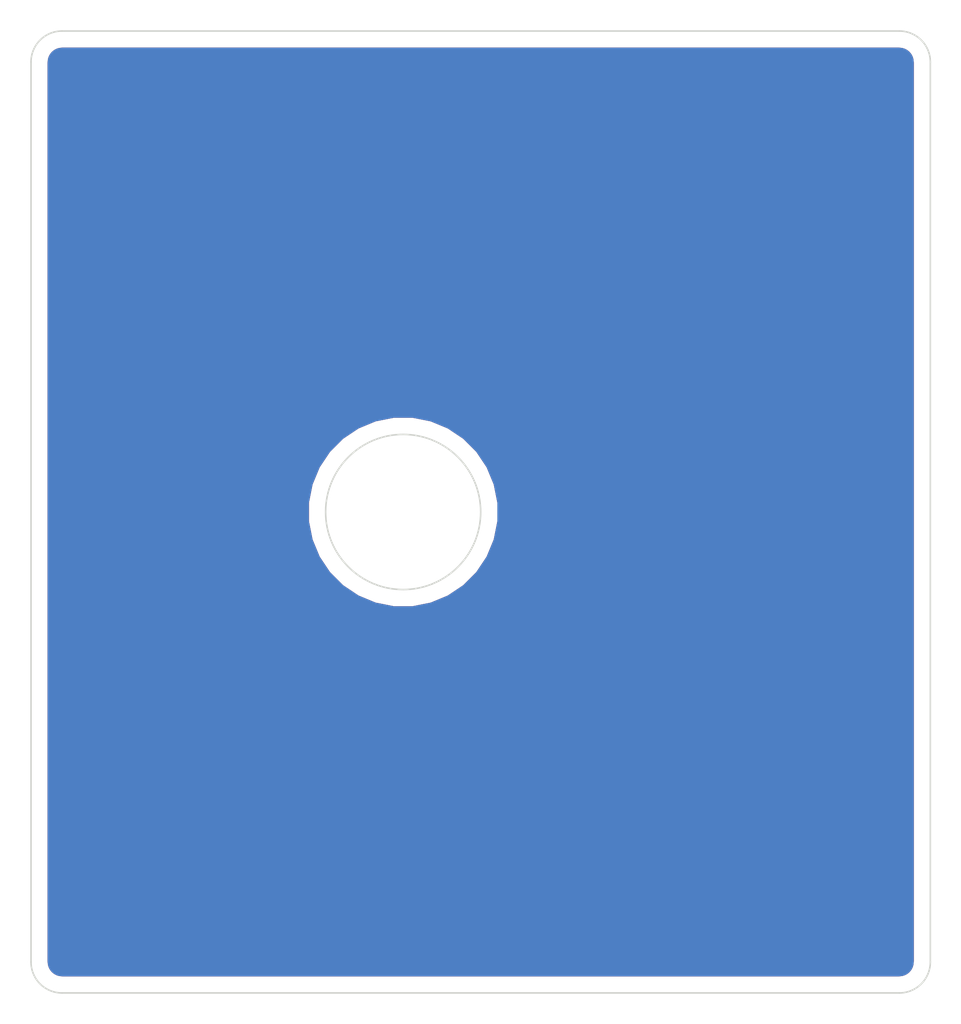
<source format=kicad_pcb>
(kicad_pcb (version 20171130) (host pcbnew 5.1.9+dfsg1-1+deb11u1)

  (general
    (thickness 1.6)
    (drawings 9)
    (tracks 0)
    (zones 0)
    (modules 0)
    (nets 1)
  )

  (page A4)
  (layers
    (0 F.Cu signal)
    (31 B.Cu signal)
    (32 B.Adhes user)
    (33 F.Adhes user)
    (34 B.Paste user)
    (35 F.Paste user)
    (36 B.SilkS user)
    (37 F.SilkS user)
    (38 B.Mask user)
    (39 F.Mask user)
    (40 Dwgs.User user)
    (41 Cmts.User user)
    (42 Eco1.User user)
    (43 Eco2.User user)
    (44 Edge.Cuts user)
    (45 Margin user)
    (46 B.CrtYd user)
    (47 F.CrtYd user)
    (48 B.Fab user)
    (49 F.Fab user)
  )

  (setup
    (last_trace_width 0.25)
    (trace_clearance 0.2)
    (zone_clearance 0.508)
    (zone_45_only no)
    (trace_min 0.2)
    (via_size 0.8)
    (via_drill 0.4)
    (via_min_size 0.4)
    (via_min_drill 0.3)
    (uvia_size 0.3)
    (uvia_drill 0.1)
    (uvias_allowed no)
    (uvia_min_size 0.2)
    (uvia_min_drill 0.1)
    (edge_width 0.05)
    (segment_width 0.2)
    (pcb_text_width 0.3)
    (pcb_text_size 1.5 1.5)
    (mod_edge_width 0.12)
    (mod_text_size 1 1)
    (mod_text_width 0.15)
    (pad_size 1.524 1.524)
    (pad_drill 0.762)
    (pad_to_mask_clearance 0)
    (aux_axis_origin 0 0)
    (visible_elements FFFFFF7F)
    (pcbplotparams
      (layerselection 0x010fc_ffffffff)
      (usegerberextensions true)
      (usegerberattributes false)
      (usegerberadvancedattributes false)
      (creategerberjobfile false)
      (excludeedgelayer true)
      (linewidth 0.100000)
      (plotframeref false)
      (viasonmask false)
      (mode 1)
      (useauxorigin false)
      (hpglpennumber 1)
      (hpglpenspeed 20)
      (hpglpendiameter 15.000000)
      (psnegative false)
      (psa4output false)
      (plotreference true)
      (plotvalue true)
      (plotinvisibletext false)
      (padsonsilk false)
      (subtractmaskfromsilk true)
      (outputformat 1)
      (mirror false)
      (drillshape 0)
      (scaleselection 1)
      (outputdirectory "z-tesioner-housing-gerber/"))
  )

  (net 0 "")

  (net_class Default "This is the default net class."
    (clearance 0.2)
    (trace_width 0.25)
    (via_dia 0.8)
    (via_drill 0.4)
    (uvia_dia 0.3)
    (uvia_drill 0.1)
  )

  (gr_arc (start 155 76) (end 156 76) (angle -90) (layer Edge.Cuts) (width 0.05))
  (gr_arc (start 128 105) (end 127 105) (angle -90) (layer Edge.Cuts) (width 0.05))
  (gr_line (start 127 105) (end 127 76) (layer Edge.Cuts) (width 0.05))
  (gr_line (start 155 106) (end 128 106) (layer Edge.Cuts) (width 0.05))
  (gr_line (start 128 75) (end 155 75) (layer Edge.Cuts) (width 0.05))
  (gr_circle (center 139 90.5) (end 141.5 90.5) (layer Edge.Cuts) (width 0.05))
  (gr_line (start 156 76) (end 156 105) (layer Edge.Cuts) (width 0.05))
  (gr_arc (start 155 105) (end 155 106) (angle -90) (layer Edge.Cuts) (width 0.05))
  (gr_arc (start 128 76) (end 128 75) (angle -90) (layer Edge.Cuts) (width 0.05))

  (zone (net 0) (net_name "") (layer F.Cu) (tstamp 64C3C3F8) (hatch edge 0.508)
    (connect_pads (clearance 0.508))
    (min_thickness 0.254)
    (fill yes (arc_segments 32) (thermal_gap 0.508) (thermal_bridge_width 0.508))
    (polygon
      (pts
        (xy 157 107) (xy 126 107) (xy 126 74) (xy 157 74)
      )
    )
    (filled_polygon
      (pts
        (xy 155.065424 75.66958) (xy 155.128356 75.68858) (xy 155.186405 75.719445) (xy 155.237343 75.760989) (xy 155.279248 75.811644)
        (xy 155.310515 75.869471) (xy 155.329956 75.932272) (xy 155.34 76.027835) (xy 155.340001 104.967711) (xy 155.33042 105.065424)
        (xy 155.31142 105.128357) (xy 155.280554 105.186406) (xy 155.239011 105.237343) (xy 155.188356 105.279248) (xy 155.130529 105.310515)
        (xy 155.067728 105.329956) (xy 154.972165 105.34) (xy 128.032279 105.34) (xy 127.934576 105.33042) (xy 127.871643 105.31142)
        (xy 127.813594 105.280554) (xy 127.762657 105.239011) (xy 127.720752 105.188356) (xy 127.689485 105.130529) (xy 127.670044 105.067728)
        (xy 127.66 104.972165) (xy 127.66 90.188305) (xy 135.835313 90.188305) (xy 135.835313 90.811695) (xy 135.95693 91.423105)
        (xy 136.19549 91.999042) (xy 136.541827 92.517371) (xy 136.982629 92.958173) (xy 137.500958 93.30451) (xy 138.076895 93.54307)
        (xy 138.688305 93.664687) (xy 139.311695 93.664687) (xy 139.923105 93.54307) (xy 140.499042 93.30451) (xy 141.017371 92.958173)
        (xy 141.458173 92.517371) (xy 141.80451 91.999042) (xy 142.04307 91.423105) (xy 142.164687 90.811695) (xy 142.164687 90.188305)
        (xy 142.04307 89.576895) (xy 141.80451 89.000958) (xy 141.458173 88.482629) (xy 141.017371 88.041827) (xy 140.499042 87.69549)
        (xy 139.923105 87.45693) (xy 139.311695 87.335313) (xy 138.688305 87.335313) (xy 138.076895 87.45693) (xy 137.500958 87.69549)
        (xy 136.982629 88.041827) (xy 136.541827 88.482629) (xy 136.19549 89.000958) (xy 135.95693 89.576895) (xy 135.835313 90.188305)
        (xy 127.66 90.188305) (xy 127.66 76.032279) (xy 127.66958 75.934576) (xy 127.68858 75.871644) (xy 127.719445 75.813595)
        (xy 127.760989 75.762657) (xy 127.811644 75.720752) (xy 127.869471 75.689485) (xy 127.932272 75.670044) (xy 128.027835 75.66)
        (xy 154.967721 75.66)
      )
    )
  )
  (zone (net 0) (net_name "") (layer B.Cu) (tstamp 64C3C3F5) (hatch edge 0.508)
    (connect_pads (clearance 0.508))
    (min_thickness 0.254)
    (fill yes (arc_segments 32) (thermal_gap 0.508) (thermal_bridge_width 0.508))
    (polygon
      (pts
        (xy 157 107) (xy 126 107) (xy 126 74) (xy 157 74)
      )
    )
    (filled_polygon
      (pts
        (xy 155.065424 75.66958) (xy 155.128356 75.68858) (xy 155.186405 75.719445) (xy 155.237343 75.760989) (xy 155.279248 75.811644)
        (xy 155.310515 75.869471) (xy 155.329956 75.932272) (xy 155.34 76.027835) (xy 155.340001 104.967711) (xy 155.33042 105.065424)
        (xy 155.31142 105.128357) (xy 155.280554 105.186406) (xy 155.239011 105.237343) (xy 155.188356 105.279248) (xy 155.130529 105.310515)
        (xy 155.067728 105.329956) (xy 154.972165 105.34) (xy 128.032279 105.34) (xy 127.934576 105.33042) (xy 127.871643 105.31142)
        (xy 127.813594 105.280554) (xy 127.762657 105.239011) (xy 127.720752 105.188356) (xy 127.689485 105.130529) (xy 127.670044 105.067728)
        (xy 127.66 104.972165) (xy 127.66 90.188305) (xy 135.835313 90.188305) (xy 135.835313 90.811695) (xy 135.95693 91.423105)
        (xy 136.19549 91.999042) (xy 136.541827 92.517371) (xy 136.982629 92.958173) (xy 137.500958 93.30451) (xy 138.076895 93.54307)
        (xy 138.688305 93.664687) (xy 139.311695 93.664687) (xy 139.923105 93.54307) (xy 140.499042 93.30451) (xy 141.017371 92.958173)
        (xy 141.458173 92.517371) (xy 141.80451 91.999042) (xy 142.04307 91.423105) (xy 142.164687 90.811695) (xy 142.164687 90.188305)
        (xy 142.04307 89.576895) (xy 141.80451 89.000958) (xy 141.458173 88.482629) (xy 141.017371 88.041827) (xy 140.499042 87.69549)
        (xy 139.923105 87.45693) (xy 139.311695 87.335313) (xy 138.688305 87.335313) (xy 138.076895 87.45693) (xy 137.500958 87.69549)
        (xy 136.982629 88.041827) (xy 136.541827 88.482629) (xy 136.19549 89.000958) (xy 135.95693 89.576895) (xy 135.835313 90.188305)
        (xy 127.66 90.188305) (xy 127.66 76.032279) (xy 127.66958 75.934576) (xy 127.68858 75.871644) (xy 127.719445 75.813595)
        (xy 127.760989 75.762657) (xy 127.811644 75.720752) (xy 127.869471 75.689485) (xy 127.932272 75.670044) (xy 128.027835 75.66)
        (xy 154.967721 75.66)
      )
    )
  )
)

</source>
